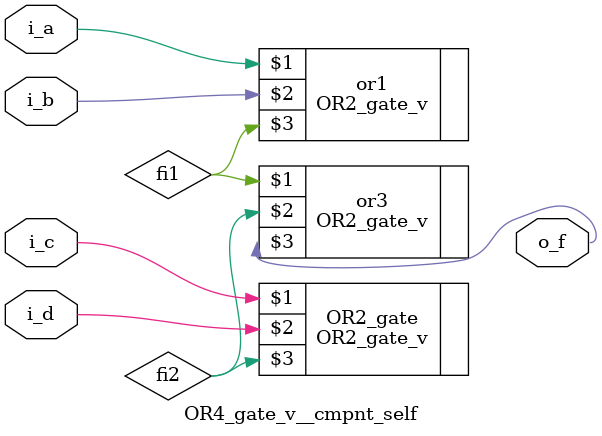
<source format=v>

module OR4_gate_v__equation
  (input i_a, i_b, i_c, i_d,
   output o_f);
   
  assign o_f = i_a | i_b | i_c | i_d;
  
endmodule


////////////////////////////////
// Behavior Model
////////////////////////////////
module OR4_gate_v__behavior
  (input i_a, i_b, i_c, i_d,
   output o_f);
   
  // assign o_f = 1 ? i_a | i_b | i_c | i_d : 0;
  assign o_f = i_a | i_b | i_c | i_d ? 1 : 0;
  
endmodule



////////////////////////////////
// Component Model - Self
////////////////////////////////
module OR4_gate_v__cmpnt_self
  (input i_a, i_b, i_c, i_d,
  output o_f);
   
  wire fi1, fi2; // internal outputs
   
  OR2_gate_v or1 (i_a, i_b, fi1);
  OR2_gate_v OR2_gate (i_c, i_d, fi2);
  OR2_gate_v or3 (fi1, fi2, o_f);
  
  // assign o_f = 1 ? i_a | i_b | i_c | i_d : 0;
  
endmodule











































































</source>
